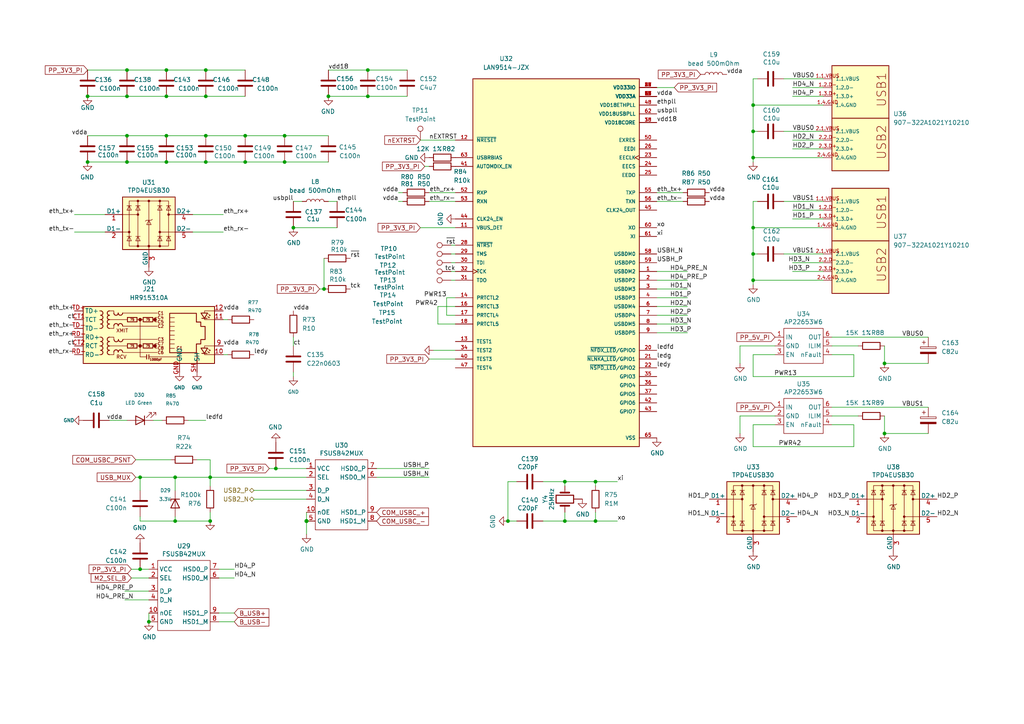
<source format=kicad_sch>
(kicad_sch (version 20231120) (generator "eeschema") (generator_version "8.0")
  (paper "A4")
  (title_block (title "USB and LAN hub, USB Multiplexers") (date "2025-02-17") (rev "2.0") (comment 1 "Matthew Guo") (comment 2 "matthew@paisleymicro.com") (comment 3 "Matthew Guo") (comment 4 "matthew@paisleymicro.com") (comment 5 "Firefly-4") (comment 6 "PAISLEY-FC-4") (comment 7 "2025") (comment 8 "Firefly Automation Controller for RPi CM4"))
  (lib_symbols
    (symbol "CM4IO:AP2553W6"
      (property "Reference" "U" (at 3.81 -6.35 0))
      (property "Value" "AP2553W6" (at -3.81 -6.35 0))
      (symbol "AP2553W6_0_0"
        (pin power_in line (at -8.89 2.54 0) (length 2.54) (name "IN") (number "1"))
        (pin power_out line (at -8.89 0 0) (length 2.54) (name "GND") (number "2"))
        (pin input line (at -8.89 -2.54 0) (length 2.54) (name "EN") (number "3"))
        (pin open_collector line (at 7.62 -2.54 180) (length 2.54) (name "nFault") (number "4"))
        (pin passive line (at 7.62 0 180) (length 2.54) (name "ILIM") (number "5"))
        (pin power_out line (at 7.62 2.54 180) (length 2.54) (name "OUT") (number "6"))
      )
    )
    (symbol "CM4IO:FSUSB42MX"
      (property "Reference" "U" (at -7.62 20.32 0))
      (property "Value" "FSUSB42MX" (at -2.54 -2.54 0))
      (symbol "FSUSB42MX_0_0"
        (pin power_in line (at 8.89 16.51 180) (length 2.54) (name "VCC") (number "1"))
        (pin input line (at 8.89 3.81 180) (length 2.54) (name "nOE") (number "10"))
        (pin input line (at 8.89 13.97 180) (length 2.54) (name "SEL") (number "2"))
        (pin bidirectional line (at 8.89 10.16 180) (length 2.54) (name "D_P") (number "3"))
        (pin bidirectional line (at 8.89 7.62 180) (length 2.54) (name "D_N") (number "4"))
        (pin power_in line (at 8.89 1.27 180) (length 2.54) (name "GND") (number "5"))
        (pin bidirectional line (at -11.43 13.97 0) (length 2.54) (name "HSD0_M") (number "6"))
        (pin bidirectional line (at -11.43 16.51 0) (length 2.54) (name "HSD0_P") (number "7"))
        (pin bidirectional line (at -11.43 1.27 0) (length 2.54) (name "HSD1_M") (number "8"))
        (pin bidirectional line (at -11.43 3.81 0) (length 2.54) (name "HSD1_P") (number "9"))
      )
    )
    (symbol "CM4IO:TPD4EUSB30" (pin_names (offset 0))
      (property "Reference" "U" (at -0.635 8.89 0))
      (property "Value" "TPD4EUSB30" (at 8.89 -10.16 0))
      (symbol "TPD4EUSB30_1_1"
        (pin passive line (at -12.7 2.54 0) (length 5.08) (name "D1+") (number "1"))
        (pin passive line (at -12.7 2.54 0) (length 5.08) hide (name "~") (number "10"))
        (pin passive line (at -12.7 -2.54 0) (length 5.08) (name "D1-") (number "2"))
        (pin power_in line (at 0 -12.7 90) (length 5.08) (name "GND") (number "3"))
        (pin passive line (at 12.7 2.54 180) (length 5.08) (name "D2+") (number "4"))
        (pin passive line (at 12.7 -2.54 180) (length 5.08) (name "D2-") (number "5"))
        (pin passive line (at 12.7 -2.54 180) (length 5.08) hide (name "~") (number "6"))
        (pin passive line (at 12.7 2.54 180) (length 5.08) hide (name "~") (number "7"))
        (pin passive line (at 0 -12.7 90) (length 5.08) hide (name "GND") (number "8"))
        (pin passive line (at -12.7 -2.54 0) (length 5.08) hide (name "~") (number "9"))
      )
    )
    (symbol "Connector:RJ45_Wuerth_74980111211"
      (property "Reference" "J1" (at 1.27 13.97 0))
      (property "Value" "RJ45_Kycon_G7LX-A88S7-BP-GY" (at 1.27 11.43 0))
      (symbol "RJ45_Wuerth_74980111211_0_0"
        (text "C1" (at 4.699 6.985 0) (effects (font (size 0.889 0.889))))
        (text "C1" (at 10.16 -3.175 0) (effects (font (size 0.889 0.889))))
        (text "C2" (at 4.699 3.175 0) (effects (font (size 0.889 0.889))))
        (text "C3" (at 4.699 -0.635 0) (effects (font (size 0.889 0.889))))
        (text "C4" (at 4.699 5.715 0) (effects (font (size 0.889 0.889))))
        (text "C5" (at 4.699 4.445 0) (effects (font (size 0.889 0.889))))
        (text "C6" (at 4.699 -4.445 0) (effects (font (size 0.889 0.889))))
        (text "C7" (at 4.699 -1.905 0) (effects (font (size 0.889 0.889))))
        (text "C8" (at 4.699 -3.175 0) (effects (font (size 0.889 0.889))))
        (text "RCV" (at -8.255 -5.715 0) (effects (font (size 1.016 1.016)) (justify left)))
        (text "XMIT" (at -8.255 1.905 0) (effects (font (size 1.016 1.016)) (justify left)))
      )
      (symbol "RJ45_Wuerth_74980111211_1_0"
        (text "1000pF" (at 3.302 -6.477 0) (effects (font (size 0.635 0.635))))
      )
      (symbol "RJ45_Wuerth_74980111211_1_1"
        (text "75" (at -3.556 -2.54 0) (effects (font (size 0.635 0.635))))
        (text "75" (at -3.556 5.08 0) (effects (font (size 0.635 0.635))))
        (text "75" (at 1.016 -2.54 0) (effects (font (size 0.635 0.635))))
        (text "75" (at 1.016 5.08 0) (effects (font (size 0.635 0.635))))
        (pin passive line (at 22.86 -5.08 180) (length 2.54) (name "") (number "10"))
        (pin passive line (at 22.86 5.08 180) (length 2.54) (name "") (number "11"))
        (pin passive line (at 22.86 7.62 180) (length 2.54) (name "") (number "12"))
        (pin passive line (at 22.86 -2.54 180) (length 2.54) (name "") (number "9"))
        (pin passive line (at -20.32 5.08 0) (length 2.54) (name "TCT") (number "CT1"))
        (pin passive line (at -20.32 -2.54 0) (length 2.54) (name "RCT") (number "CT2"))
        (pin power_in line (at 10.16 -10.16 90) (length 2.54) (name "GND") (number "GND"))
        (pin no_connect line (at 20.32 0 0) (length 0) hide (name "NC") (number "NC"))
        (pin passive line (at -20.32 0 0) (length 2.54) (name "RD+") (number "RD+"))
        (pin passive line (at -20.32 -5.08 0) (length 2.54) (name "RD-") (number "RD-"))
        (pin passive line (at 15.24 -10.16 90) (length 2.54) (name "SH") (number "SH"))
        (pin passive line (at -20.32 7.62 0) (length 2.54) (name "TD+") (number "TD+"))
        (pin passive line (at -20.32 2.54 0) (length 2.54) (name "TD-") (number "TD-"))
      )
    )
    (symbol "Connector:TestPoint" (pin_numbers hide) (pin_names (offset 0.762) hide)
      (property "Reference" "TP" (at 0 6.858 0))
      (property "Value" "TestPoint" (at 0 5.08 0))
      (symbol "TestPoint_1_1"
        (pin passive line (at 0 0 90) (length 2.54) (name "1") (number "1"))
      )
    )
    (symbol "Device:C" (pin_numbers hide) (pin_names (offset 0.254))
      (property "Reference" "C" (at 0.635 2.54 0))
      (property "Value" "C" (at 0.635 -2.54 0))
      (symbol "C_1_1"
        (pin passive line (at 0 3.81 270) (length 2.794) (name "~") (number "1"))
        (pin passive line (at 0 -3.81 90) (length 2.794) (name "~") (number "2"))
      )
    )
    (symbol "Device:C_Polarized" (pin_numbers hide) (pin_names (offset 0.254))
      (property "Reference" "C" (at 0.635 2.54 0))
      (property "Value" "C_Polarized" (at 0.635 -2.54 0))
      (symbol "C_Polarized_1_1"
        (pin passive line (at 0 3.81 270) (length 2.794) (name "~") (number "1"))
        (pin passive line (at 0 -3.81 90) (length 2.794) (name "~") (number "2"))
      )
    )
    (symbol "Device:Crystal" (pin_numbers hide) (pin_names hide)
      (property "Reference" "Y1" (at 0 5.715 0))
      (property "Value" "25MHz" (at 0 3.81 0))
      (symbol "Crystal_1_1"
        (pin passive line (at -3.81 0 0) (length 1.27) (name "1") (number "1"))
        (pin input line (at 0 -5.08 90) (length 2.54) (name "G") (number "2"))
        (pin passive line (at 3.81 0 180) (length 1.27) (name "3") (number "3"))
        (pin input line (at 0 -5.08 90) (length 2.54) (name "G") (number "4"))
      )
    )
    (symbol "Device:D_Zener" (pin_numbers hide) (pin_names (offset 1.016) hide)
      (property "Reference" "D" (at 0 2.54 0))
      (property "Value" "D_Zener" (at 0 -2.54 0))
      (symbol "D_Zener_1_1"
        (pin passive line (at -3.81 0 0) (length 2.54) (name "K") (number "1"))
        (pin passive line (at 3.81 0 180) (length 2.54) (name "A") (number "2"))
      )
    )
    (symbol "Device:L" (pin_numbers hide) (pin_names (offset 1.016) hide)
      (property "Reference" "L" (at -1.27 0 90))
      (property "Value" "L" (at 1.905 0 90))
      (symbol "L_1_1"
        (pin passive line (at 0 3.81 270) (length 1.27) (name "1") (number "1"))
        (pin passive line (at 0 -3.81 90) (length 1.27) (name "2") (number "2"))
      )
    )
    (symbol "Device:LED" (pin_numbers hide) (pin_names hide)
      (property "Reference" "D" (at 0 2.54 0))
      (property "Value" "LED" (at 0 -2.54 0))
      (symbol "LED_1_1"
        (pin passive line (at -3.81 0 0) (length 2.54) (name "K") (number "1"))
        (pin passive line (at 3.81 0 180) (length 2.54) (name "A") (number "2"))
      )
    )
    (symbol "Device:R" (pin_numbers hide) (pin_names (offset 0))
      (property "Reference" "R" (at 2.032 0 90))
      (property "Value" "R" (at 0 0 90))
      (symbol "R_1_1"
        (pin passive line (at 0 3.81 270) (length 1.27) (name "~") (number "1"))
        (pin passive line (at 0 -3.81 90) (length 1.27) (name "~") (number "2"))
      )
    )
    (symbol "aaafootprintlib:67298-3090" (pin_names (offset 1.016))
      (property "Reference" "U" (at 0 0 0))
      (property "Value" "67298-3090" (at 0 0 0))
      (symbol "67298-3090_0_0"
        (text "USB1" (at 15.875 3.175 900) (effects (font (size 2.54 2.54)) (justify left bottom)))
        (text "USB2" (at 15.875 -12.065 900) (effects (font (size 2.54 2.54)) (justify left bottom)))
        (pin bidirectional line (at -2.54 8.89 0) (length 2.54) (name "1.2.D-") (number "1.2.D-"))
        (pin bidirectional line (at -2.54 6.35 0) (length 2.54) (name "1.3.D+") (number "1.3.D+"))
        (pin bidirectional line (at -2.54 3.81 0) (length 2.54) (name "1.4.GND") (number "1.4.GND"))
        (pin bidirectional line (at -2.54 -3.81 0) (length 2.54) (name "2.1.VBUS") (number "2.1.VBUS"))
        (pin bidirectional line (at -2.54 -6.35 0) (length 2.54) (name "2.2.D-") (number "2.2.D-"))
        (pin bidirectional line (at -2.54 -8.89 0) (length 2.54) (name "2.3.D+") (number "2.3.D+"))
        (pin bidirectional line (at -2.54 -11.43 0) (length 2.54) (name "2.4.GND") (number "2.4.GND"))
      )
      (symbol "67298-3090_1_0"
        (pin bidirectional line (at -2.54 11.43 0) (length 2.54) (name "1.1.VBUS") (number "1.1.VBUS"))
      )
    )
    (symbol "aaafootprintlib:LAN9514-JZX" (pin_names (offset 1.016))
      (property "Reference" "U" (at -25.5183 52.3041 0))
      (property "Value" "LAN9514-JZX" (at -25.4831 -58.5931 0))
      (property "Stock" "2000" (at 0 0 0))
      (property "Price" "7" (at 0 0 0))
      (symbol "LAN9514-JZX_0_0"
        (pin bidirectional line (at 27.94 -5.08 180) (length 5.08) (name "USBDM2") (number "1"))
        (pin power_in line (at 27.94 45.72 180) (length 5.08) (name "VDD33A") (number "10"))
        (pin input line (at -30.48 7.62 0) (length 5.08) (name "VBUS_DET") (number "11"))
        (pin input line (at -30.48 33.02 0) (length 5.08) (name "~{NRESET}") (number "12"))
        (pin passive line (at -30.48 -25.4 0) (length 5.08) (name "TEST1") (number "13"))
        (pin bidirectional line (at -30.48 -12.7 0) (length 5.08) (name "PRTCTL2") (number "14"))
        (pin power_in line (at 27.94 38.1 180) (length 5.08) (name "VDD18CORE") (number "15"))
        (pin bidirectional line (at -30.48 -15.24 0) (length 5.08) (name "PRTCTL3") (number "16"))
        (pin bidirectional line (at -30.48 -17.78 0) (length 5.08) (name "PRTCTL4") (number "17"))
        (pin bidirectional line (at -30.48 -20.32 0) (length 5.08) (name "PRTCTL5") (number "18"))
        (pin power_in line (at 27.94 48.26 180) (length 5.08) (name "VDD33IO") (number "19"))
        (pin bidirectional line (at 27.94 -7.62 180) (length 5.08) (name "USBDP2") (number "2"))
        (pin bidirectional line (at 27.94 -27.94 180) (length 5.08) (name "~{NFDX_LED}/GPIO0") (number "20"))
        (pin bidirectional line (at 27.94 -30.48 180) (length 5.08) (name "~{NLNKA_LED}/GPIO1") (number "21"))
        (pin bidirectional line (at 27.94 -33.02 180) (length 5.08) (name "~{NSPD_LED}/GPIO2") (number "22"))
        (pin output clock (at 27.94 27.94 180) (length 5.08) (name "EECLK") (number "23"))
        (pin output line (at 27.94 25.4 180) (length 5.08) (name "EECS") (number "24"))
        (pin output line (at 27.94 22.86 180) (length 5.08) (name "EEDO") (number "25"))
        (pin input line (at 27.94 30.48 180) (length 5.08) (name "EEDI") (number "26"))
        (pin power_in line (at 27.94 48.26 180) (length 5.08) (name "VDD33IO") (number "27"))
        (pin input line (at -30.48 2.54 0) (length 5.08) (name "~{NTRST}") (number "28"))
        (pin input line (at -30.48 0 0) (length 5.08) (name "TMS") (number "29"))
        (pin bidirectional line (at 27.94 -10.16 180) (length 5.08) (name "USBDM3") (number "3"))
        (pin input line (at -30.48 -2.54 0) (length 5.08) (name "TDI") (number "30"))
        (pin output line (at -30.48 -7.62 0) (length 5.08) (name "TDO") (number "31"))
        (pin input clock (at -30.48 -5.08 0) (length 5.08) (name "TCK") (number "32"))
        (pin power_in line (at 27.94 48.26 180) (length 5.08) (name "VDD33IO") (number "33"))
        (pin passive line (at -30.48 -27.94 0) (length 5.08) (name "TEST2") (number "34"))
        (pin bidirectional line (at 27.94 -35.56 180) (length 5.08) (name "GPIO3") (number "35"))
        (pin bidirectional line (at 27.94 -38.1 180) (length 5.08) (name "GPIO4") (number "36"))
        (pin bidirectional line (at 27.94 -40.64 180) (length 5.08) (name "GPIO5") (number "37"))
        (pin power_in line (at 27.94 38.1 180) (length 5.08) (name "VDD18CORE") (number "38"))
        (pin power_in line (at 27.94 48.26 180) (length 5.08) (name "VDD33IO") (number "39"))
        (pin bidirectional line (at 27.94 -12.7 180) (length 5.08) (name "USBDP3") (number "4"))
        (pin passive line (at -30.48 -30.48 0) (length 5.08) (name "TEST3") (number "40"))
        (pin input line (at -30.48 25.4 0) (length 5.08) (name "AUTOMDIX_EN") (number "41"))
        (pin bidirectional line (at 27.94 -43.18 180) (length 5.08) (name "GPIO6") (number "42"))
        (pin bidirectional line (at 27.94 -45.72 180) (length 5.08) (name "GPIO7") (number "43"))
        (pin input line (at -30.48 10.16 0) (length 5.08) (name "CLK24_EN") (number "44"))
        (pin output line (at 27.94 12.7 180) (length 5.08) (name "CLK24_OUT") (number "45"))
        (pin power_in line (at 27.94 48.26 180) (length 5.08) (name "VDD33IO") (number "46"))
        (pin passive line (at -30.48 -33.02 0) (length 5.08) (name "TEST4") (number "47"))
        (pin power_in line (at 27.94 43.18 180) (length 5.08) (name "VDD18ETHPLL") (number "48"))
        (pin power_in line (at 27.94 45.72 180) (length 5.08) (name "VDD33A") (number "49"))
        (pin power_in line (at 27.94 45.72 180) (length 5.08) (name "VDD33A") (number "5"))
        (pin input line (at 27.94 33.02 180) (length 5.08) (name "EXRES") (number "50"))
        (pin power_in line (at 27.94 45.72 180) (length 5.08) (name "VDD33A") (number "51"))
        (pin input line (at -30.48 17.78 0) (length 5.08) (name "RXP") (number "52"))
        (pin input line (at -30.48 15.24 0) (length 5.08) (name "RXN") (number "53"))
        (pin power_in line (at 27.94 45.72 180) (length 5.08) (name "VDD33A") (number "54"))
        (pin output line (at 27.94 17.78 180) (length 5.08) (name "TXP") (number "55"))
        (pin output line (at 27.94 15.24 180) (length 5.08) (name "TXN") (number "56"))
        (pin power_in line (at 27.94 45.72 180) (length 5.08) (name "VDD33A") (number "57"))
        (pin bidirectional line (at 27.94 0 180) (length 5.08) (name "USBDM0") (number "58"))
        (pin bidirectional line (at 27.94 -2.54 180) (length 5.08) (name "USBDP0") (number "59"))
        (pin bidirectional line (at 27.94 -15.24 180) (length 5.08) (name "USBDM4") (number "6"))
        (pin output line (at 27.94 7.62 180) (length 5.08) (name "XO") (number "60"))
        (pin input line (at 27.94 5.08 180) (length 5.08) (name "XI") (number "61"))
        (pin power_in line (at 27.94 40.64 180) (length 5.08) (name "VDD18USBPLL") (number "62"))
        (pin input line (at -30.48 27.94 0) (length 5.08) (name "USBRBIAS") (number "63"))
        (pin power_in line (at 27.94 45.72 180) (length 5.08) (name "VDD33A") (number "64"))
        (pin power_in line (at 27.94 -53.34 180) (length 5.08) (name "VSS") (number "65"))
        (pin bidirectional line (at 27.94 -17.78 180) (length 5.08) (name "USBDP4") (number "7"))
        (pin bidirectional line (at 27.94 -20.32 180) (length 5.08) (name "USBDM5") (number "8"))
        (pin bidirectional line (at 27.94 -22.86 180) (length 5.08) (name "USBDP5") (number "9"))
      )
    )
    (symbol "power:GND" (power) (pin_names (offset 0))
      (property "Value" "GND" (at 0 -3.81 0))
      (symbol "GND_1_1"
        (pin power_in line (at 0 0 270) (length 0) hide (name "GND") (number "1"))
      )
    )
  )
  (junction (at 85.09 66.04))
  (junction (at 218.44 45.72))
  (junction (at 40.64 165.1))
  (junction (at 60.96 151.13))
  (junction (at 106.68 27.94))
  (junction (at 88.9 151.13) (diameter 1.016))
  (junction (at 218.44 66.04))
  (junction (at 59.69 20.32))
  (junction (at 93.98 83.82))
  (junction (at 172.72 151.13))
  (junction (at 256.54 105.41))
  (junction (at 50.8 138.43))
  (junction (at 59.69 39.37))
  (junction (at 36.83 39.37))
  (junction (at 80.01 135.89))
  (junction (at 48.26 27.94))
  (junction (at 95.25 27.94))
  (junction (at 60.96 138.43))
  (junction (at 82.55 39.37))
  (junction (at 25.4 27.94))
  (junction (at 59.69 27.94))
  (junction (at 218.44 38.1))
  (junction (at 71.12 39.37))
  (junction (at 43.18 180.34))
  (junction (at 59.69 46.99))
  (junction (at 36.83 20.32))
  (junction (at 106.68 20.32))
  (junction (at 218.44 73.66))
  (junction (at 218.44 81.28))
  (junction (at 147.32 151.13))
  (junction (at 50.8 151.13))
  (junction (at 48.26 46.99))
  (junction (at 36.83 27.94))
  (junction (at 256.54 125.73))
  (junction (at 40.64 138.43))
  (junction (at 48.26 20.32))
  (junction (at 82.55 46.99))
  (junction (at 172.72 139.7))
  (junction (at 25.4 46.99))
  (junction (at 163.83 151.13))
  (junction (at 71.12 46.99))
  (junction (at 163.83 139.7))
  (junction (at 48.26 39.37))
  (junction (at 36.83 46.99))
  (junction (at 218.44 30.48))
  (wire (pts (xy 227.33 58.42) (xy 238.76 58.42)))
  (wire (pts (xy 132.08 91.44) (xy 129.54 91.44)))
  (wire (pts (xy 36.83 39.37) (xy 48.26 39.37)))
  (wire (pts (xy 218.44 81.28) (xy 218.44 82.55)))
  (wire (pts (xy 55.88 62.23) (xy 64.77 62.23)))
  (wire (pts (xy 43.18 173.99) (xy 36.195 173.99)))
  (wire (pts (xy 218.44 66.04) (xy 238.76 66.04)))
  (wire (pts (xy 241.3 120.65) (xy 248.92 120.65)))
  (wire (pts (xy 66.04 102.87) (xy 64.77 102.87)))
  (wire (pts (xy 195.58 25.4) (xy 190.5 25.4)))
  (wire (pts (xy 229.87 27.94) (xy 238.76 27.94)))
  (wire (pts (xy 78.105 135.89) (xy 80.01 135.89)))
  (wire (pts (xy 39.37 138.43) (xy 40.64 138.43)))
  (wire (pts (xy 256.54 100.33) (xy 256.54 105.41)))
  (wire (pts (xy 218.44 123.19) (xy 224.79 123.19)))
  (wire (pts (xy 109.22 135.89) (xy 124.46 135.89)))
  (wire (pts (xy 46.99 121.92) (xy 44.45 121.92)))
  (wire (pts (xy 227.33 22.86) (xy 238.76 22.86)))
  (wire (pts (xy 227.33 73.66) (xy 238.76 73.66)))
  (wire (pts (xy 124.46 55.88) (xy 132.08 55.88)))
  (wire (pts (xy 40.64 151.13) (xy 50.8 151.13)))
  (wire (pts (xy 247.65 123.19) (xy 247.65 129.54)))
  (wire (pts (xy 241.3 118.11) (xy 269.24 118.11)))
  (wire (pts (xy 190.5 83.82) (xy 199.39 83.82)))
  (wire (pts (xy 247.65 109.22) (xy 218.44 109.22)))
  (wire (pts (xy 71.12 46.99) (xy 82.55 46.99)))
  (wire (pts (xy 190.5 58.42) (xy 198.12 58.42)))
  (wire (pts (xy 218.44 129.54) (xy 218.44 123.19)))
  (wire (pts (xy 157.48 139.7) (xy 163.83 139.7)))
  (wire (pts (xy 127 88.9) (xy 132.08 88.9)))
  (wire (pts (xy 218.44 129.54) (xy 247.65 129.54)))
  (wire (pts (xy 95.25 46.99) (xy 82.55 46.99)))
  (wire (pts (xy 124.46 48.26) (xy 123.19 48.26)))
  (wire (pts (xy 190.5 86.36) (xy 199.39 86.36)))
  (wire (pts (xy 109.22 138.43) (xy 124.46 138.43)))
  (wire (pts (xy 229.87 60.96) (xy 238.76 60.96)))
  (wire (pts (xy 147.32 139.7) (xy 149.86 139.7)))
  (wire (pts (xy 172.72 139.7) (xy 179.07 139.7)))
  (wire (pts (xy 63.5 167.64) (xy 67.945 167.64)))
  (wire (pts (xy 214.63 120.65) (xy 214.63 125.73)))
  (wire (pts (xy 60.96 138.43) (xy 60.96 140.97)))
  (wire (pts (xy 198.12 55.88) (xy 190.5 55.88)))
  (wire (pts (xy 106.68 20.32) (xy 118.11 20.32)))
  (wire (pts (xy 130.81 76.2) (xy 132.08 76.2)))
  (wire (pts (xy 66.04 92.71) (xy 64.77 92.71)))
  (wire (pts (xy 218.44 58.42) (xy 218.44 66.04)))
  (wire (pts (xy 227.33 38.1) (xy 238.76 38.1)))
  (wire (pts (xy 85.09 66.04) (xy 97.79 66.04)))
  (wire (pts (xy 129.54 91.44) (xy 129.54 86.36)))
  (wire (pts (xy 229.87 25.4) (xy 238.76 25.4)))
  (wire (pts (xy 218.44 109.22) (xy 218.44 102.87)))
  (wire (pts (xy 130.81 81.28) (xy 132.08 81.28)))
  (wire (pts (xy 121.92 66.04) (xy 132.08 66.04)))
  (wire (pts (xy 60.96 148.59) (xy 60.96 151.13)))
  (wire (pts (xy 147.32 139.7) (xy 147.32 151.13)))
  (wire (pts (xy 127 93.98) (xy 127 88.9)))
  (wire (pts (xy 218.44 22.86) (xy 218.44 30.48)))
  (wire (pts (xy 80.01 135.89) (xy 88.9 135.89)))
  (wire (pts (xy 54.61 121.92) (xy 59.69 121.92)))
  (wire (pts (xy 124.46 104.14) (xy 132.08 104.14)))
  (wire (pts (xy 163.83 140.97) (xy 163.83 139.7)))
  (wire (pts (xy 157.48 151.13) (xy 163.83 151.13)))
  (wire (pts (xy 85.09 109.22) (xy 85.09 107.95)))
  (wire (pts (xy 73.66 142.24) (xy 88.9 142.24)))
  (wire (pts (xy 87.63 58.42) (xy 85.09 58.42)))
  (wire (pts (xy 238.76 30.48) (xy 218.44 30.48)))
  (wire (pts (xy 130.81 73.66) (xy 132.08 73.66)))
  (wire (pts (xy 21.59 67.31) (xy 30.48 67.31)))
  (wire (pts (xy 190.5 96.52) (xy 199.39 96.52)))
  (wire (pts (xy 59.69 39.37) (xy 71.12 39.37)))
  (wire (pts (xy 241.3 97.79) (xy 269.24 97.79)))
  (wire (pts (xy 218.44 38.1) (xy 218.44 45.72)))
  (wire (pts (xy 43.18 171.45) (xy 36.195 171.45)))
  (wire (pts (xy 124.46 58.42) (xy 132.08 58.42)))
  (wire (pts (xy 48.26 20.32) (xy 59.69 20.32)))
  (wire (pts (xy 92.71 83.82) (xy 93.98 83.82)))
  (wire (pts (xy 25.4 20.32) (xy 36.83 20.32)))
  (wire (pts (xy 218.44 102.87) (xy 224.79 102.87)))
  (wire (pts (xy 172.72 151.13) (xy 179.07 151.13)))
  (wire (pts (xy 36.83 46.99) (xy 48.26 46.99)))
  (wire (pts (xy 214.63 100.33) (xy 214.63 105.41)))
  (wire (pts (xy 25.4 46.99) (xy 36.83 46.99)))
  (wire (pts (xy 63.5 165.1) (xy 67.945 165.1)))
  (wire (pts (xy 129.54 86.36) (xy 132.08 86.36)))
  (wire (pts (xy 88.9 148.59) (xy 88.9 151.13)))
  (wire (pts (xy 43.18 177.8) (xy 43.18 180.34)))
  (wire (pts (xy 218.44 30.48) (xy 218.44 38.1)))
  (wire (pts (xy 25.4 27.94) (xy 36.83 27.94)))
  (wire (pts (xy 38.1 167.64) (xy 43.18 167.64)))
  (wire (pts (xy 190.5 88.9) (xy 199.39 88.9)))
  (wire (pts (xy 256.54 120.65) (xy 256.54 125.73)))
  (wire (pts (xy 95.25 58.42) (xy 97.79 58.42)))
  (wire (pts (xy 50.8 138.43) (xy 60.96 138.43)))
  (wire (pts (xy 60.96 133.35) (xy 60.96 138.43)))
  (wire (pts (xy 224.79 120.65) (xy 214.63 120.65)))
  (wire (pts (xy 229.87 43.18) (xy 238.76 43.18)))
  (wire (pts (xy 163.83 148.59) (xy 163.83 151.13)))
  (wire (pts (xy 218.44 58.42) (xy 219.71 58.42)))
  (wire (pts (xy 190.5 78.74) (xy 199.39 78.74)))
  (wire (pts (xy 132.08 71.12) (xy 130.81 71.12)))
  (wire (pts (xy 57.15 133.35) (xy 60.96 133.35)))
  (wire (pts (xy 224.79 100.33) (xy 214.63 100.33)))
  (wire (pts (xy 229.87 40.64) (xy 238.76 40.64)))
  (wire (pts (xy 238.76 76.2) (xy 229.87 76.2)))
  (wire (pts (xy 50.8 138.43) (xy 50.8 142.24)))
  (wire (pts (xy 116.84 58.42) (xy 115.57 58.42)))
  (wire (pts (xy 218.44 73.66) (xy 218.44 81.28)))
  (wire (pts (xy 21.59 62.23) (xy 30.48 62.23)))
  (wire (pts (xy 190.5 91.44) (xy 199.39 91.44)))
  (wire (pts (xy 39.37 133.35) (xy 49.53 133.35)))
  (wire (pts (xy 218.44 45.72) (xy 238.76 45.72)))
  (wire (pts (xy 172.72 140.97) (xy 172.72 139.7)))
  (wire (pts (xy 163.83 151.13) (xy 172.72 151.13)))
  (wire (pts (xy 256.54 125.73) (xy 269.24 125.73)))
  (wire (pts (xy 50.8 151.13) (xy 60.96 151.13)))
  (wire (pts (xy 218.44 73.66) (xy 219.71 73.66)))
  (wire (pts (xy 38.1 165.1) (xy 40.64 165.1)))
  (wire (pts (xy 247.65 102.87) (xy 247.65 109.22)))
  (wire (pts (xy 147.32 151.13) (xy 149.86 151.13)))
  (wire (pts (xy 85.09 97.79) (xy 85.09 100.33)))
  (wire (pts (xy 40.64 138.43) (xy 40.64 142.24)))
  (wire (pts (xy 218.44 66.04) (xy 218.44 73.66)))
  (wire (pts (xy 63.5 180.34) (xy 67.945 180.34)))
  (wire (pts (xy 163.83 139.7) (xy 172.72 139.7)))
  (wire (pts (xy 241.3 102.87) (xy 247.65 102.87)))
  (wire (pts (xy 60.96 138.43) (xy 88.9 138.43)))
  (wire (pts (xy 241.3 100.33) (xy 248.92 100.33)))
  (wire (pts (xy 95.25 39.37) (xy 82.55 39.37)))
  (wire (pts (xy 93.98 74.93) (xy 93.98 83.82)))
  (wire (pts (xy 218.44 45.72) (xy 218.44 46.99)))
  (wire (pts (xy 238.76 78.74) (xy 229.87 78.74)))
  (wire (pts (xy 132.08 93.98) (xy 127 93.98)))
  (wire (pts (xy 40.64 165.1) (xy 43.18 165.1)))
  (wire (pts (xy 40.64 149.86) (xy 40.64 151.13)))
  (wire (pts (xy 130.81 78.74) (xy 132.08 78.74)))
  (wire (pts (xy 125.73 101.6) (xy 132.08 101.6)))
  (wire (pts (xy 95.25 20.32) (xy 106.68 20.32)))
  (wire (pts (xy 218.44 81.28) (xy 238.76 81.28)))
  (wire (pts (xy 256.54 105.41) (xy 269.24 105.41)))
  (wire (pts (xy 190.5 93.98) (xy 199.39 93.98)))
  (wire (pts (xy 95.25 27.94) (xy 106.68 27.94)))
  (wire (pts (xy 116.84 55.88) (xy 115.57 55.88)))
  (wire (pts (xy 31.75 121.92) (xy 36.83 121.92)))
  (wire (pts (xy 218.44 38.1) (xy 219.71 38.1)))
  (wire (pts (xy 118.11 27.94) (xy 106.68 27.94)))
  (wire (pts (xy 55.88 67.31) (xy 64.77 67.31)))
  (wire (pts (xy 73.66 144.78) (xy 88.9 144.78)))
  (wire (pts (xy 59.69 20.32) (xy 71.12 20.32)))
  (wire (pts (xy 241.3 123.19) (xy 247.65 123.19)))
  (wire (pts (xy 88.9 151.13) (xy 88.9 154.94)))
  (wire (pts (xy 50.8 149.86) (xy 50.8 151.13)))
  (wire (pts (xy 172.72 151.13) (xy 172.72 148.59)))
  (wire (pts (xy 219.71 22.86) (xy 218.44 22.86)))
  (wire (pts (xy 59.69 46.99) (xy 71.12 46.99)))
  (wire (pts (xy 59.69 27.94) (xy 71.12 27.94)))
  (wire (pts (xy 36.83 20.32) (xy 48.26 20.32)))
  (wire (pts (xy 48.26 39.37) (xy 59.69 39.37)))
  (wire (pts (xy 121.92 40.64) (xy 132.08 40.64)))
  (wire (pts (xy 229.87 63.5) (xy 238.76 63.5)))
  (wire (pts (xy 48.26 27.94) (xy 59.69 27.94)))
  (wire (pts (xy 48.26 46.99) (xy 59.69 46.99)))
  (wire (pts (xy 63.5 177.8) (xy 67.945 177.8)))
  (wire (pts (xy 36.83 27.94) (xy 48.26 27.94)))
  (wire (pts (xy 190.5 81.28) (xy 199.39 81.28)))
  (wire (pts (xy 71.12 39.37) (xy 82.55 39.37)))
  (wire (pts (xy 25.4 39.37) (xy 36.83 39.37)))
  (wire (pts (xy 40.64 138.43) (xy 50.8 138.43)))
  (label "vdda" (at 25.4 39.37 180))
  (label "HD2_N" (at 229.87 40.64 0))
  (label "eth_rx+" (at 21.59 97.79 180))
  (label "HD1_P" (at 194.31 86.36 0))
  (label "~{rst}" (at 101.6 74.93 0))
  (label "eth_tx-" (at 21.59 95.25 180))
  (label "HD3_P" (at 194.31 96.52 0))
  (label "ledfd" (at 59.69 121.92 0))
  (label "VBUS0" (at 229.87 38.1 0))
  (label "usbpll" (at 85.09 58.42 180))
  (label "PWR42" (at 127 88.9 180))
  (label "USBH_P" (at 190.5 76.2 0))
  (label "USBH_P" (at 124.46 135.89 180))
  (label "xo" (at 179.07 151.13 0))
  (label "nEXTRST" (at 124.46 40.64 0))
  (label "eth_tx-" (at 190.5 58.42 0))
  (label "ct" (at 85.09 100.33 0))
  (label "vdda" (at 35.56 121.92 180))
  (label "PWR13" (at 129.54 86.36 180))
  (label "vdd18" (at 190.5 35.56 0))
  (label "HD3_N" (at 246.38 149.86 180))
  (label "eth_rx+" (at 132.08 55.88 180))
  (label "vdd18" (at 95.25 20.32 0))
  (label "vdda" (at 205.74 55.88 0))
  (label "HD4_P" (at 229.87 27.94 0))
  (label "HD3_N" (at 194.31 93.98 0))
  (label "eth_rx+" (at 64.77 62.23 0))
  (label "HD4_PRE_P" (at 194.31 81.28 0))
  (label "VBUS1" (at 261.62 118.11 0))
  (label "HD3_P" (at 246.38 144.78 180))
  (label "tck" (at 101.6 83.82 0))
  (label "eth_rx-" (at 132.08 58.42 180))
  (label "HD4_PRE_N" (at 38.735 173.99 180))
  (label "VBUS0" (at 229.87 22.86 0))
  (label "PWR13" (at 231.14 109.22 180))
  (label "ct" (at 21.59 100.33 180))
  (label "usbpll" (at 190.5 33.02 0))
  (label "VBUS1" (at 229.87 58.42 0))
  (label "VBUS0" (at 261.62 97.79 0))
  (label "ethpll" (at 190.5 30.48 0))
  (label "HD4_PRE_N" (at 194.31 78.74 0))
  (label "HD2_P" (at 194.31 91.44 0))
  (label "HD2_P" (at 229.87 43.18 0))
  (label "eth_rx-" (at 64.77 67.31 0))
  (label "HD2_N" (at 194.31 88.9 0))
  (label "HD3_P" (at 234.95 78.74 180))
  (label "USBH_N" (at 190.5 73.66 0))
  (label "HD1_N" (at 194.31 83.82 0))
  (label "xi" (at 179.07 139.7 0))
  (label "HD4_N" (at 67.945 167.64 0))
  (label "ledy" (at 190.5 106.68 0))
  (label "eth_rx-" (at 21.59 102.87 180))
  (label "VBUS1" (at 229.87 73.66 0))
  (label "~{rst}" (at 132.08 71.12 180))
  (label "vdda" (at 115.57 58.42 180))
  (label "eth_tx-" (at 21.59 67.31 180))
  (label "vdda" (at 115.57 55.88 180))
  (label "vdda" (at 205.74 58.42 0))
  (label "eth_tx+" (at 190.5 55.88 0))
  (label "USBH_N" (at 124.46 138.43 180))
  (label "ledfd" (at 190.5 101.6 0))
  (label "vdda" (at 210.82 21.59 0))
  (label "xo" (at 190.5 66.04 0))
  (label "HD1_P" (at 205.74 144.78 180))
  (label "HD1_P" (at 229.87 63.5 0))
  (label "HD4_P" (at 231.14 144.78 0))
  (label "HD4_P" (at 67.945 165.1 0))
  (label "vdda" (at 190.5 27.94 0))
  (label "ethpll" (at 97.79 58.42 0))
  (label "ledg" (at 190.5 104.14 0))
  (label "vdda" (at 64.77 100.33 0))
  (label "HD3_N" (at 234.95 76.2 180))
  (label "PWR42" (at 232.41 129.54 180))
  (label "HD2_N" (at 271.78 149.86 0))
  (label "HD1_N" (at 229.87 60.96 0))
  (label "HD2_P" (at 271.78 144.78 0))
  (label "vdda" (at 64.77 90.17 0))
  (label "HD4_N" (at 231.14 149.86 0))
  (label "ct" (at 21.59 92.71 180))
  (label "eth_tx+" (at 21.59 90.17 180))
  (label "xi" (at 190.5 68.58 0))
  (label "ledy" (at 73.66 102.87 0))
  (label "HD4_N" (at 229.87 25.4 0))
  (label "HD1_N" (at 205.74 149.86 180))
  (label "HD4_PRE_P" (at 38.735 171.45 180))
  (label "eth_tx+" (at 21.59 62.23 180))
  (label "vdda" (at 85.09 90.17 0))
  (label "tck" (at 132.08 78.74 180))
  (global_label "B_USB+" (shape input) (at 67.945 177.8 0) (property "Intersheetrefs" "${INTERSHEET_REFS}" (effects (hide yes))))
  (global_label "PP_3V3_PI" (shape input) (at 121.92 66.04 180) (property "Intersheetrefs" "${INTERSHEET_REFS}" (effects (hide yes))))
  (global_label "B_USB-" (shape input) (at 67.945 180.34 0) (property "Intersheetrefs" "${INTERSHEET_REFS}" (effects (hide yes))))
  (global_label "PP_5V_PI" (shape input) (at 224.79 97.79 180) (property "Intersheetrefs" "${INTERSHEET_REFS}" (effects (hide yes))))
  (global_label "PP_3V3_PI" (shape input) (at 25.4 20.32 180) (property "Intersheetrefs" "${INTERSHEET_REFS}" (effects (hide yes))))
  (global_label "COM_USBC_PSNT" (shape input) (at 39.37 133.35 180) (property "Intersheetrefs" "${INTERSHEET_REFS}" (effects (hide yes))))
  (global_label "PP_3V3_PI" (shape input) (at 38.1 165.1 180) (property "Intersheetrefs" "${INTERSHEET_REFS}" (effects (hide yes))))
  (global_label "PP_3V3_PI" (shape input) (at 92.71 83.82 180) (property "Intersheetrefs" "${INTERSHEET_REFS}" (effects (hide yes))))
  (global_label "PP_3V3_PI" (shape input) (at 124.46 104.14 180) (property "Intersheetrefs" "${INTERSHEET_REFS}" (effects (hide yes))))
  (global_label "COM_USBC_-" (shape input) (at 109.22 151.13 0) (property "Intersheetrefs" "${INTERSHEET_REFS}" (effects (hide yes))))
  (global_label "PP_3V3_PI" (shape input) (at 203.2 21.59 180) (property "Intersheetrefs" "${INTERSHEET_REFS}" (effects (hide yes))))
  (global_label "nEXTRST" (shape input) (at 121.92 40.64 180) (property "Intersheetrefs" "${INTERSHEET_REFS}" (effects (hide yes))))
  (global_label "M2_SEL_B" (shape input) (at 38.1 167.64 180) (property "Intersheetrefs" "${INTERSHEET_REFS}" (effects (hide yes))))
  (global_label "PP_3V3_PI" (shape input) (at 78.105 135.89 180) (property "Intersheetrefs" "${INTERSHEET_REFS}" (effects (hide yes))))
  (global_label "USB_MUX" (shape input) (at 39.37 138.43 180) (property "Intersheetrefs" "${INTERSHEET_REFS}" (effects (hide yes))))
  (global_label "PP_3V3_PI" (shape input) (at 195.58 25.4 0) (property "Intersheetrefs" "${INTERSHEET_REFS}" (effects (hide yes))))
  (global_label "PP_3V3_PI" (shape input) (at 123.19 48.26 180) (property "Intersheetrefs" "${INTERSHEET_REFS}" (effects (hide yes))))
  (global_label "COM_USBC_+" (shape input) (at 109.22 148.59 0) (property "Intersheetrefs" "${INTERSHEET_REFS}" (effects (hide yes))))
  (global_label "PP_5V_PI" (shape input) (at 224.79 118.11 180) (property "Intersheetrefs" "${INTERSHEET_REFS}" (effects (hide yes))))
  (hierarchical_label "USB2_P" (shape bidirectional) (at 73.66 142.24 180))
  (hierarchical_label "USB2_N" (shape bidirectional) (at 73.66 144.78 180))
  (symbol (lib_id "Device:R") (at 120.65 55.88 270) (mirror x) (unit 1)
    (property "Reference" "R80" (at 118.11 51.308 90))
    (property "Value" "R50" (at 122.936 51.308 90))
    (property "Footprint" "Capacitor_SMD:C_0402_1005Metric" (effects (hide yes)))
    (property "Description" "Resistor" (effects (hide yes)))
  )
  (symbol (lib_id "Device:C") (at 223.52 38.1 90) (unit 1)
    (property "Reference" "C160" (at 226.314 32.004 90) (effects (justify left)))
    (property "Value" "C10u" (at 226.314 34.3154 90) (effects (justify left)))
    (property "Footprint" "Capacitor_SMD:C_0402_1005Metric" (effects (hide yes)))
  )
  (symbol (lib_id "CM4IO:AP2553W6") (at 233.68 100.33 0) (unit 1)
    (property "Reference" "U34" (at 233.045 91.059 0))
    (property "Value" "AP22653W6" (at 233.045 93.3704 0))
    (property "Footprint" "Package_TO_SOT_SMD:SOT-23-6" (effects (hide yes)))
  )
  (symbol (lib_id "Device:L") (at 207.01 21.59 90) (unit 1)
    (property "Reference" "L9" (at 207.01 15.875 90))
    (property "Value" "bead 500mOhm" (at 207.01 18.415 90))
    (property "Footprint" "Inductor_SMD:L_0603_1608Metric" (effects (hide yes)))
  )
  (symbol (lib_id "power:GND") (at 95.25 27.94 0) (mirror y) (unit 1)
    (property "Reference" "#PWR0152" (effects (hide yes)))
    (property "Value" "GND" (at 95.123 32.3342 0))
  )
  (symbol (lib_id "Device:C") (at 106.68 24.13 0) (mirror y) (unit 1)
    (property "Reference" "C154" (at 114.046 22.86 0) (effects (justify left)))
    (property "Value" "C100n" (at 115.316 25.4 0) (effects (justify left)))
    (property "Footprint" "Capacitor_SMD:C_0402_1005Metric" (effects (hide yes)))
  )
  (symbol (lib_id "power:GND") (at 214.63 125.73 0) (unit 1)
    (property "Reference" "#PWR0161" (effects (hide yes)))
    (property "Value" "GND" (at 214.757 130.1242 0))
  )
  (symbol (lib_id "Device:C") (at 223.52 22.86 90) (unit 1)
    (property "Reference" "C159" (at 226.314 15.7226 90) (effects (justify left)))
    (property "Value" "C10u" (at 226.314 18.034 90) (effects (justify left)))
    (property "Footprint" "Capacitor_SMD:C_0402_1005Metric" (effects (hide yes)))
  )
  (symbol (lib_id "power:GND") (at 168.91 144.78 0) (unit 1)
    (property "Reference" "#PWR0146" (effects (hide yes)))
    (property "Value" "GND" (at 169.037 149.1742 0))
  )
  (symbol (lib_id "CM4IO:TPD4EUSB30") (at 218.44 147.32 0) (unit 1)
    (property "Reference" "U33" (at 218.44 135.4582 0))
    (property "Value" "TPD4EUSB30" (at 218.44 137.7696 0))
    (property "Footprint" "Package_SON:USON-10_2.5x1.0mm_P0.5mm" (effects (hide yes)))
  )
  (symbol (lib_id "CM4IO:AP2553W6") (at 233.68 120.65 0) (unit 1)
    (property "Reference" "U35" (at 233.045 111.379 0))
    (property "Value" "AP22653W6" (at 233.045 113.6904 0))
    (property "Footprint" "Package_TO_SOT_SMD:SOT-23-6" (effects (hide yes)))
  )
  (symbol (lib_id "power:GND") (at 85.09 66.04 0) (unit 1)
    (property "Reference" "#PWR0143" (effects (hide yes)))
    (property "Value" "GND" (at 85.217 70.4342 0))
  )
  (symbol (lib_id "power:GND") (at 124.46 45.72 270) (unit 1)
    (property "Reference" "#PWR0155" (effects (hide yes)))
    (property "Value" "GND" (at 119.38 45.72 90))
  )
  (symbol (lib_id "power:GND") (at 40.64 157.48 180) (unit 1)
    (property "Reference" "#PWR0144" (effects (hide yes)))
    (property "Value" "GND" (at 40.513 153.0858 0))
  )
  (symbol (lib_id "Device:R") (at 172.72 144.78 0) (mirror y) (unit 1)
    (property "Reference" "R75" (at 175.26 143.51 0) (effects (justify right)))
    (property "Value" "R1M" (at 175.26 146.05 0) (effects (justify right)))
    (property "Footprint" "Capacitor_SMD:C_0402_1005Metric" (effects (hide yes)))
  )
  (symbol (lib_id "Device:C") (at 95.25 43.18 0) (mirror y) (unit 1)
    (property "Reference" "C145" (at 103.378 42.672 0) (effects (justify left)))
    (property "Value" "C100n" (at 104.648 45.212 0) (effects (justify left)))
    (property "Footprint" "Capacitor_SMD:C_0402_1005Metric" (effects (hide yes)))
  )
  (symbol (lib_id "Device:C") (at 71.12 24.13 0) (mirror y) (unit 1)
    (property "Reference" "C148" (at 78.232 23.114 0) (effects (justify left)))
    (property "Value" "C100n" (at 80.772 25.654 0) (effects (justify left)))
    (property "Footprint" "Capacitor_SMD:C_0402_1005Metric" (effects (hide yes)))
  )
  (symbol (lib_id "power:GND") (at 25.4 46.99 0) (mirror y) (unit 1)
    (property "Reference" "#PWR0147" (effects (hide yes)))
    (property "Value" "GND" (at 25.273 51.3842 0))
  )
  (symbol (lib_id "Device:C") (at 25.4 43.18 0) (mirror y) (unit 1)
    (property "Reference" "C157" (at 33.528 42.926 0) (effects (justify left)))
    (property "Value" "C100n" (at 34.544 44.958 0) (effects (justify left)))
    (property "Footprint" "Capacitor_SMD:C_0402_1005Metric" (effects (hide yes)))
  )
  (symbol (lib_id "power:GND") (at 125.73 101.6 270) (mirror x) (unit 1)
    (property "Reference" "#PWR0156" (effects (hide yes)))
    (property "Value" "GND" (effects (hide yes)))
  )
  (symbol (lib_id "Device:C_Polarized") (at 269.24 121.92 0) (unit 1)
    (property "Reference" "C164" (at 273.05 119.761 0) (effects (justify left)))
    (property "Value" "C82u" (at 273.05 122.301 0) (effects (justify left)))
    (property "Footprint" "Capacitor_SMD:CP_Elec_4x5.8" (effects (hide yes)))
  )
  (symbol (lib_id "Connector:TestPoint") (at 130.81 76.2 90) (unit 1) (in_bom no)
    (property "Reference" "TP13" (at 112.522 81.28 90))
    (property "Value" "TestPoint" (at 112.776 83.312 90))
    (property "Footprint" "TestPoint:TestPoint_Pad_D1.0mm" (effects (hide yes)))
    (property "Description" "test point" (effects (hide yes)))
  )
  (symbol (lib_id "Device:C") (at 82.55 43.18 0) (mirror y) (unit 1)
    (property "Reference" "C147" (at 90.678 42.926 0) (effects (justify left)))
    (property "Value" "C100n" (at 91.948 45.212 0) (effects (justify left)))
    (property "Footprint" "Capacitor_SMD:C_0402_1005Metric" (effects (hide yes)))
  )
  (symbol (lib_id "aaafootprintlib:67298-3090") (at 241.3 69.85 0) (unit 1)
    (property "Reference" "U37" (at 259.08 68.58 0) (effects (justify left)))
    (property "Value" "907-322A1021Y10210" (at 259.08 71.12 0) (effects (justify left)))
    (property "Footprint" "USB A Vertical mount 10.5mm AF USB C363950" (effects (hide yes)))
  )
  (symbol (lib_id "Device:C") (at 97.79 62.23 0) (mirror y) (unit 1)
    (property "Reference" "C144" (at 105.156 60.96 0) (effects (justify left)))
    (property "Value" "C100n" (at 106.426 63.5 0) (effects (justify left)))
    (property "Footprint" "Capacitor_SMD:C_0402_1005Metric" (effects (hide yes)))
  )
  (symbol (lib_id "Device:C") (at 36.83 24.13 0) (mirror y) (unit 1)
    (property "Reference" "C138" (at 43.942 23.114 0) (effects (justify left)))
    (property "Value" "C100n" (at 46.482 25.654 0) (effects (justify left)))
    (property "Footprint" "Capacitor_SMD:C_0402_1005Metric" (effects (hide yes)))
  )
  (symbol (lib_id "Device:R") (at 50.8 121.92 270) (mirror x) (unit 1)
    (property "Reference" "R85" (at 48.006 114.7826 90) (effects (font (size 1 1)) (justify left)))
    (property "Value" "R470" (at 48.006 117.094 90) (effects (font (size 1 1)) (justify left)))
    (property "Footprint" "Resistor_SMD:R_0402_1005Metric" (effects (hide yes)))
  )
  (symbol (lib_id "Device:C") (at 223.52 58.42 90) (unit 1)
    (property "Reference" "C161" (at 226.06 52.0446 90) (effects (justify left)))
    (property "Value" "C10u" (at 226.06 54.356 90) (effects (justify left)))
    (property "Footprint" "Capacitor_SMD:C_0402_1005Metric" (effects (hide yes)))
  )
  (symbol (lib_id "power:GND") (at 259.08 160.02 0) (unit 1)
    (property "Reference" "#PWR0167" (effects (hide yes)))
    (property "Value" "GND" (at 259.207 164.4142 0))
  )
  (symbol (lib_id "Device:LED") (at 40.64 121.92 180) (unit 1)
    (property "Reference" "D30" (at 38.862 114.554 0) (effects (font (size 1 1)) (justify right)))
    (property "Value" "LED Green" (at 36.322 116.84 0) (effects (font (size 1 1)) (justify right)))
    (property "Footprint" "LED_SMD:LED_0603_1608Metric" (effects (hide yes)))
  )
  (symbol (lib_id "Device:C") (at 40.64 161.29 0) (mirror y) (unit 1)
    (property "Reference" "C142" (at 36.83 160.02 0) (effects (justify left)))
    (property "Value" "C100n" (at 36.83 162.56 0) (effects (justify left)))
    (property "Footprint" "Capacitor_SMD:C_0402_1005Metric" (effects (hide yes)))
  )
  (symbol (lib_id "Connector:RJ45_Wuerth_74980111211") (at 41.91 97.79 0) (unit 1)
    (property "Reference" "J21" (at 43.18 83.82 0))
    (property "Value" "HR915310A" (at 43.18 86.36 0))
    (property "Footprint" "aaafootprintlib:HanRun MagJack (100m)" (effects (hide yes)))
    (property "Description" "LAN Transformer Jack, RJ45, 10/100 BaseT" (effects (hide yes)))
  )
  (symbol (lib_id "Connector:TestPoint") (at 130.81 73.66 90) (unit 1) (in_bom no)
    (property "Reference" "TP12" (at 112.522 76.962 90))
    (property "Value" "TestPoint" (at 113.03 78.994 90))
    (property "Footprint" "TestPoint:TestPoint_Pad_D1.0mm" (effects (hide yes)))
    (property "Description" "test point" (effects (hide yes)))
  )
  (symbol (lib_id "aaafootprintlib:67298-3090") (at 241.3 34.29 0) (unit 1)
    (property "Reference" "U36" (at 259.08 33.02 0) (effects (justify left)))
    (property "Value" "907-322A1021Y10210" (at 259.08 35.56 0) (effects (justify left)))
    (property "Footprint" "USB A Vertical mount 10.5mm AF USB C363950" (effects (hide yes)))
  )
  (symbol (lib_id "power:GND") (at 256.54 125.73 0) (unit 1)
    (property "Reference" "#PWR0166" (effects (hide yes)))
    (property "Value" "GND" (at 256.667 130.1242 0))
  )
  (symbol (lib_id "power:GND") (at 218.44 46.99 0) (unit 1)
    (property "Reference" "#PWR0162" (effects (hide yes)))
    (property "Value" "GND" (at 218.567 51.3842 0))
  )
  (symbol (lib_id "Device:C") (at 25.4 24.13 0) (mirror y) (unit 1)
    (property "Reference" "C136" (at 32.512 23.114 0) (effects (justify left)))
    (property "Value" "C100n" (at 35.052 25.654 0) (effects (justify left)))
    (property "Footprint" "Capacitor_SMD:C_0402_1005Metric" (effects (hide yes)))
  )
  (symbol (lib_id "power:GND") (at 132.08 63.5 270) (unit 1)
    (property "Reference" "#PWR0157" (effects (hide yes)))
    (property "Value" "GND" (at 127.762 63.5 0))
  )
  (symbol (lib_id "power:GND") (at 60.96 151.13 0) (mirror y) (unit 1)
    (property "Reference" "#PWR0148" (effects (hide yes)))
    (property "Value" "GND" (effects (hide yes)))
  )
  (symbol (lib_id "Connector:TestPoint") (at 130.81 71.12 90) (unit 1) (in_bom no)
    (property "Reference" "TP10" (at 112.776 72.136 90))
    (property "Value" "TestPoint" (at 113.03 74.422 90))
    (property "Footprint" "TestPoint:TestPoint_Pad_D1.0mm" (effects (hide yes)))
    (property "Description" "test point" (effects (hide yes)))
  )
  (symbol (lib_id "Device:C") (at 223.52 73.66 270) (mirror x) (unit 1)
    (property "Reference" "C162" (at 221.234 67.0306 90) (effects (justify left)))
    (property "Value" "C10u" (at 221.234 69.342 90) (effects (justify left)))
    (property "Footprint" "Capacitor_SMD:C_0402_1005Metric" (effects (hide yes)))
  )
  (symbol (lib_id "power:GND") (at 85.09 109.22 0) (unit 1)
    (property "Reference" "#PWR0141" (effects (hide yes)))
    (property "Value" "GND" (at 85.09 113.6634 0) (effects (font (size 1 1))))
  )
  (symbol (lib_id "Device:C") (at 59.69 43.18 0) (mirror y) (unit 1)
    (property "Reference" "C150" (at 67.31 42.926 0) (effects (justify left)))
    (property "Value" "C100n" (at 68.326 45.212 0) (effects (justify left)))
    (property "Footprint" "Capacitor_SMD:C_0402_1005Metric" (effects (hide yes)))
  )
  (symbol (lib_id "power:GND") (at 52.07 107.95 0) (mirror y) (unit 1)
    (property "Reference" "#PWR0150" (effects (hide yes)))
    (property "Value" "GND" (at 52.07 112.3934 0) (effects (font (size 1 1))))
  )
  (symbol (lib_id "Device:C") (at 48.26 43.18 0) (mirror y) (unit 1)
    (property "Reference" "C153" (at 56.134 42.926 0) (effects (justify left)))
    (property "Value" "C100n" (at 57.15 44.958 0) (effects (justify left)))
    (property "Footprint" "Capacitor_SMD:C_0402_1005Metric" (effects (hide yes)))
  )
  (symbol (lib_id "power:GND") (at 25.4 27.94 0) (unit 1)
    (property "Reference" "#PWR0142" (effects (hide yes)))
    (property "Value" "GND" (at 25.4 31.242 0))
  )
  (symbol (lib_id "Device:C") (at 85.09 104.14 0) (unit 1)
    (property "Reference" "C135" (at 88.9 102.87 0) (effects (justify left)))
    (property "Value" "C22n0603" (at 88.9 105.41 0) (effects (justify left)))
    (property "Footprint" "Capacitor_SMD:C_0603_1608Metric" (effects (hide yes)))
  )
  (symbol (lib_id "CM4IO:TPD4EUSB30") (at 259.08 147.32 0) (unit 1)
    (property "Reference" "U38" (at 259.08 135.4582 0))
    (property "Value" "TPD4EUSB30" (at 259.08 137.7696 0))
    (property "Footprint" "Package_SON:USON-10_2.5x1.0mm_P0.5mm" (effects (hide yes)))
  )
  (symbol (lib_id "Device:R") (at 120.65 58.42 270) (mirror x) (unit 1)
    (property "Reference" "R81" (at 118.11 53.34 90))
    (property "Value" "R50" (at 122.936 53.34 90))
    (property "Footprint" "Capacitor_SMD:C_0402_1005Metric" (effects (hide yes)))
    (property "Description" "Resistor" (effects (hide yes)))
  )
  (symbol (lib_id "Device:R") (at 97.79 74.93 90) (mirror x) (unit 1)
    (property "Reference" "R79" (at 99.822 70.358 90) (effects (justify left)))
    (property "Value" "R10k" (at 100.838 72.39 90) (effects (justify left)))
    (property "Footprint" "Resistor_SMD:R_0402_1005Metric" (effects (hide yes)))
  )
  (symbol (lib_id "CM4IO:FSUSB42MX") (at 97.79 152.4 0) (mirror y) (unit 1)
    (property "Reference" "U30" (at 99.06 129.159 0))
    (property "Value" "FSUSB42MUX" (at 99.06 131.4704 0))
    (property "Footprint" "Package_SO:MSOP-10_3x3mm_P0.5mm" (effects (hide yes)))
  )
  (symbol (lib_id "Device:C") (at 48.26 24.13 0) (mirror y) (unit 1)
    (property "Reference" "C143" (at 55.372 23.114 0) (effects (justify left)))
    (property "Value" "C100n" (at 57.912 25.654 0) (effects (justify left)))
    (property "Footprint" "Capacitor_SMD:C_0402_1005Metric" (effects (hide yes)))
  )
  (symbol (lib_id "Device:C") (at 80.01 132.08 0) (unit 1)
    (property "Reference" "C151" (at 83.82 130.81 0) (effects (justify left)))
    (property "Value" "C100n" (at 83.82 133.35 0) (effects (justify left)))
    (property "Footprint" "Capacitor_SMD:C_0402_1005Metric" (effects (hide yes)))
  )
  (symbol (lib_id "power:GND") (at 147.32 151.13 270) (unit 1)
    (property "Reference" "#PWR0137" (effects (hide yes)))
    (property "Value" "GND" (at 142.9258 151.257 0))
  )
  (symbol (lib_id "CM4IO:FSUSB42MX") (at 52.07 181.61 0) (mirror y) (unit 1)
    (property "Reference" "U29" (at 53.34 158.369 0))
    (property "Value" "FSUSB42MUX" (at 53.34 160.6804 0))
    (property "Footprint" "Package_SO:MSOP-10_3x3mm_P0.5mm" (effects (hide yes)))
  )
  (symbol (lib_id "Device:C") (at 59.69 24.13 0) (mirror y) (unit 1)
    (property "Reference" "C146" (at 66.802 23.114 0) (effects (justify left)))
    (property "Value" "C100n" (at 69.342 25.654 0) (effects (justify left)))
    (property "Footprint" "Capacitor_SMD:C_0402_1005Metric" (effects (hide yes)))
  )
  (symbol (lib_id "Device:C") (at 118.11 24.13 0) (unit 1)
    (property "Reference" "C152" (at 121.666 22.86 0) (effects (justify left)))
    (property "Value" "C4u7" (at 121.666 25.4 0) (effects (justify left)))
    (property "Footprint" "Capacitor_SMD:C_0603_1608Metric" (effects (hide yes)))
  )
  (symbol (lib_id "Device:R") (at 69.85 102.87 90) (unit 1)
    (property "Reference" "R78" (at 75.184 97.0026 90) (effects (font (size 1 1)) (justify left)))
    (property "Value" "R470" (at 75.184 99.314 90) (effects (font (size 1 1)) (justify left)))
    (property "Footprint" "Resistor_SMD:R_0402_1005Metric" (effects (hide yes)))
  )
  (symbol (lib_id "power:GND") (at 190.5 127 0) (unit 1)
    (property "Reference" "#PWR0159" (effects (hide yes)))
    (property "Value" "GND" (at 190.627 131.3942 0))
  )
  (symbol (lib_id "CM4IO:TPD4EUSB30") (at 43.18 64.77 0) (unit 1)
    (property "Reference" "U31" (at 43.18 52.9082 0))
    (property "Value" "TPD4EUSB30" (at 43.18 55.2196 0))
    (property "Footprint" "Package_SON:USON-10_2.5x1.0mm_P0.5mm" (effects (hide yes)))
  )
  (symbol (lib_id "Device:C") (at 71.12 43.18 0) (mirror y) (unit 1)
    (property "Reference" "C149" (at 78.74 42.926 0) (effects (justify left)))
    (property "Value" "C100n" (at 79.756 45.212 0) (effects (justify left)))
    (property "Footprint" "Capacitor_SMD:C_0402_1005Metric" (effects (hide yes)))
  )
  (symbol (lib_id "Device:R") (at 53.34 133.35 90) (mirror x) (unit 1)
    (property "Reference" "R74" (at 53.34 127 90))
    (property "Value" "R22k" (at 53.34 129.54 90))
    (property "Footprint" "Resistor_SMD:R_0402_1005Metric" (effects (hide yes)))
  )
  (symbol (lib_id "aaafootprintlib:LAN9514-JZX") (at 162.56 73.66 0) (unit 1)
    (property "Reference" "U32" (at 146.812 17.018 0))
    (property "Value" "LAN9514-JZX" (at 146.812 19.558 0))
    (property "Footprint" "QFN50P900X900X100-65N730X730" (effects (hide yes)))
  )
  (symbol (lib_id "Connector:TestPoint") (at 130.81 78.74 90) (unit 1) (in_bom no)
    (property "Reference" "TP14" (at 112.522 85.598 90))
    (property "Value" "TestPoint" (at 112.522 88.138 90))
    (property "Footprint" "TestPoint:TestPoint_Pad_D1.0mm" (effects (hide yes)))
    (property "Description" "test point" (effects (hide yes)))
  )
  (symbol (lib_id "Device:R") (at 97.79 83.82 270) (mirror x) (unit 1)
    (property "Reference" "R83" (at 95.504 78.74 90) (effects (justify left)))
    (property "Value" "R10k" (at 95.504 81.026 90) (effects (justify left)))
    (property "Footprint" "Resistor_SMD:R_0402_1005Metric" (effects (hide yes)))
  )
  (symbol (lib_id "Device:R") (at 69.85 92.71 270) (mirror x) (unit 1)
    (property "Reference" "R77" (at 71.882 87.7316 90) (effects (font (size 1 1)) (justify left)))
    (property "Value" "R470" (at 71.882 90.043 90) (effects (font (size 1 1)) (justify left)))
    (property "Footprint" "Resistor_SMD:R_0402_1005Metric" (effects (hide yes)))
  )
  (symbol (lib_id "Device:C") (at 153.67 151.13 90) (unit 1)
    (property "Reference" "C140" (at 156.21 145.034 90) (effects (justify left)))
    (property "Value" "C20pF" (at 156.21 147.3454 90) (effects (justify left)))
    (property "Footprint" "Capacitor_SMD:C_0402_1005Metric" (effects (hide yes)))
  )
  (symbol (lib_id "Device:R") (at 252.73 100.33 90) (unit 1)
    (property "Reference" "R88" (at 256.54 96.52 90) (effects (justify left)))
    (property "Value" "15K 1%" (at 252.73 96.52 90) (effects (justify left)))
    (property "Footprint" "Resistor_SMD:R_0402_1005Metric" (effects (hide yes)))
  )
  (symbol (lib_id "power:GND") (at 214.63 105.41 0) (unit 1)
    (property "Reference" "#PWR0160" (effects (hide yes)))
    (property "Value" "GND" (at 214.757 109.8042 0))
  )
  (symbol (lib_id "power:GND") (at 24.13 121.92 270) (mirror x) (unit 1)
    (property "Reference" "#PWR0154" (effects (hide yes)))
    (property "Value" "GND" (at 21.59 121.92 90) (effects (font (size 1 1)) (justify right)))
  )
  (symbol (lib_id "power:GND") (at 80.01 128.27 180) (unit 1)
    (property "Reference" "#PWR0149" (effects (hide yes)))
    (property "Value" "GND" (at 79.883 123.8758 0))
  )
  (symbol (lib_id "Device:R") (at 201.93 58.42 270) (mirror x) (unit 1)
    (property "Reference" "R87" (at 199.644 52.832 90))
    (property "Value" "R50" (at 204.216 52.832 90))
    (property "Footprint" "Capacitor_SMD:C_0402_1005Metric" (effects (hide yes)))
    (property "Description" "Resistor" (effects (hide yes)))
  )
  (symbol (lib_id "Device:R") (at 252.73 120.65 90) (unit 1)
    (property "Reference" "R89" (at 256.54 116.84 90) (effects (justify left)))
    (property "Value" "15K 1%" (at 252.73 116.84 90) (effects (justify left)))
    (property "Footprint" "Resistor_SMD:R_0402_1005Metric" (effects (hide yes)))
  )
  (symbol (lib_id "power:GND") (at 88.9 154.94 0) (unit 1)
    (property "Reference" "#PWR0151" (effects (hide yes)))
    (property "Value" "GND" (at 89.027 159.3342 0))
  )
  (symbol (lib_id "Device:R") (at 128.27 48.26 270) (mirror x) (unit 1)
    (property "Reference" "R84" (at 131.572 49.784 90) (effects (justify left)))
    (property "Value" "R10k" (at 131.572 52.324 90) (effects (justify left)))
    (property "Footprint" "Resistor_SMD:R_0402_1005Metric" (effects (hide yes)))
  )
  (symbol (lib_id "Device:C_Polarized") (at 269.24 101.6 0) (unit 1)
    (property "Reference" "C163" (at 273.05 99.441 0) (effects (justify left)))
    (property "Value" "C82u" (at 273.05 101.981 0) (effects (justify left)))
    (property "Footprint" "Capacitor_SMD:CP_Elec_4x5.8" (effects (hide yes)))
  )
  (symbol (lib_id "Device:C") (at 85.09 62.23 0) (unit 1)
    (property "Reference" "C137" (at 88.392 61.468 0) (effects (justify left)))
    (property "Value" "C1u" (at 88.9 63.5 0) (effects (justify left)))
    (property "Footprint" "Capacitor_SMD:C_0402_1005Metric" (effects (hide yes)))
  )
  (symbol (lib_id "Device:Crystal") (at 163.83 144.78 90) (unit 1)
    (property "Reference" "Y4" (at 158.115 144.78 0))
    (property "Value" "25MHz" (at 160.02 144.78 0))
    (property "Footprint" "Crystal:Crystal_SMD_3225-4Pin_3.2x2.5mm" (effects (hide yes)))
  )
  (symbol (lib_id "Device:R") (at 60.96 144.78 180) (unit 1)
    (property "Reference" "R76" (at 58.42 146.05 0) (effects (justify left)))
    (property "Value" "R100k" (at 58.42 143.51 0) (effects (justify left)))
    (property "Footprint" "Resistor_SMD:R_0402_1005Metric" (effects (hide yes)))
  )
  (symbol (lib_id "Connector:TestPoint") (at 130.81 81.28 90) (unit 1) (in_bom no)
    (property "Reference" "TP15" (at 112.268 90.678 90))
    (property "Value" "TestPoint" (at 112.268 93.218 90))
    (property "Footprint" "TestPoint:TestPoint_Pad_D1.0mm" (effects (hide yes)))
    (property "Description" "test point" (effects (hide yes)))
  )
  (symbol (lib_id "Connector:TestPoint") (at 121.92 40.64 0) (unit 1) (in_bom no)
    (property "Reference" "TP11" (at 121.92 32.004 0))
    (property "Value" "TestPoint" (at 121.92 34.544 0))
    (property "Footprint" "TestPoint:TestPoint_Pad_D1.0mm" (effects (hide yes)))
    (property "Description" "test point" (effects (hide yes)))
  )
  (symbol (lib_id "power:GND") (at 43.18 180.34 0) (unit 1)
    (property "Reference" "#PWR0145" (effects (hide yes)))
    (property "Value" "GND" (at 43.307 184.7342 0))
  )
  (symbol (lib_id "Device:R") (at 201.93 55.88 270) (mirror x) (unit 1)
    (property "Reference" "R86" (at 199.644 50.292 90))
    (property "Value" "R50" (at 204.216 50.292 90))
    (property "Footprint" "Capacitor_SMD:C_0402_1005Metric" (effects (hide yes)))
    (property "Description" "Resistor" (effects (hide yes)))
  )
  (symbol (lib_id "power:GND") (at 218.44 160.02 0) (unit 1)
    (property "Reference" "#PWR0164" (effects (hide yes)))
    (property "Value" "GND" (at 218.567 164.4142 0))
  )
  (symbol (lib_id "power:GND") (at 43.18 77.47 0) (unit 1)
    (property "Reference" "#PWR0158" (effects (hide yes)))
    (property "Value" "GND" (at 43.307 81.8642 0))
  )
  (symbol (lib_id "power:GND") (at 57.15 107.95 0) (mirror y) (unit 1)
    (property "Reference" "#PWR0153" (effects (hide yes)))
    (property "Value" "GND" (at 57.15 112.3934 0) (effects (font (size 1 1))))
  )
  (symbol (lib_id "Device:D_Zener") (at 50.8 146.05 90) (mirror x) (unit 1)
    (property "Reference" "D29" (at 49.53 142.24 90) (effects (font (size 1 1)) (justify left)))
    (property "Value" "3.3V" (at 49.53 144.78 90) (effects (font (size 1 1)) (justify left)))
    (property "Footprint" "Diode_SMD:D_SOD-923" (effects (hide yes)))
  )
  (symbol (lib_id "Device:C") (at 153.67 139.7 90) (unit 1)
    (property "Reference" "C139" (at 156.21 133.096 90) (effects (justify left)))
    (property "Value" "C20pF" (at 156.21 135.4074 90) (effects (justify left)))
    (property "Footprint" "Capacitor_SMD:C_0402_1005Metric" (effects (hide yes)))
  )
  (symbol (lib_id "Device:C") (at 36.83 43.18 0) (mirror y) (unit 1)
    (property "Reference" "C155" (at 44.704 42.926 0) (effects (justify left)))
    (property "Value" "C100n" (at 45.974 44.958 0) (effects (justify left)))
    (property "Footprint" "Capacitor_SMD:C_0402_1005Metric" (effects (hide yes)))
  )
  (symbol (lib_id "power:GND") (at 218.44 82.55 0) (unit 1)
    (property "Reference" "#PWR0163" (effects (hide yes)))
    (property "Value" "GND" (at 218.567 86.9442 0))
  )
  (symbol (lib_id "Device:R") (at 85.09 93.98 0) (mirror y) (unit 1)
    (property "Reference" "R73" (at 87.63 92.71 0) (effects (justify right)))
    (property "Value" "R10" (at 87.63 95.25 0) (effects (justify right)))
    (property "Footprint" "Capacitor_SMD:C_0402_1005Metric" (effects (hide yes)))
  )
  (symbol (lib_id "power:GND") (at 256.54 105.41 0) (unit 1)
    (property "Reference" "#PWR0165" (effects (hide yes)))
    (property "Value" "GND" (at 256.667 109.8042 0))
  )
  (symbol (lib_id "Device:R") (at 128.27 45.72 90) (unit 1)
    (property "Reference" "R82" (at 132.08 43.18 90) (effects (justify left)))
    (property "Value" "12K 1%" (at 128.27 43.18 90) (effects (justify left)))
    (property "Footprint" "Resistor_SMD:R_0402_1005Metric" (effects (hide yes)))
  )
  (symbol (lib_id "Device:C") (at 40.64 146.05 0) (mirror y) (unit 1)
    (property "Reference" "C141" (at 36.83 144.78 0) (effects (justify left)))
    (property "Value" "C100n" (at 36.83 147.32 0) (effects (justify left)))
    (property "Footprint" "Capacitor_SMD:C_0402_1005Metric" (effects (hide yes)))
  )
  (symbol (lib_id "Device:C") (at 27.94 121.92 90) (mirror x) (unit 1)
    (property "Reference" "C158" (at 27.94 114.3 90))
    (property "Value" "C1u" (at 27.94 116.84 90))
    (property "Footprint" "Capacitor_SMD:C_0402_1005Metric" (effects (hide yes)))
  )
  (symbol (lib_id "Device:C") (at 95.25 24.13 0) (mirror y) (unit 1)
    (property "Reference" "C156" (at 102.616 22.86 0) (effects (justify left)))
    (property "Value" "C100n" (at 103.886 25.4 0) (effects (justify left)))
    (property "Footprint" "Capacitor_SMD:C_0402_1005Metric" (effects (hide yes)))
  )
  (symbol (lib_id "Device:L") (at 91.44 58.42 90) (unit 1)
    (property "Reference" "L8" (at 91.44 52.705 90))
    (property "Value" "bead 500mOhm" (at 91.44 55.245 90))
    (property "Footprint" "Inductor_SMD:L_0603_1608Metric" (effects (hide yes)))
  )
)
</source>
